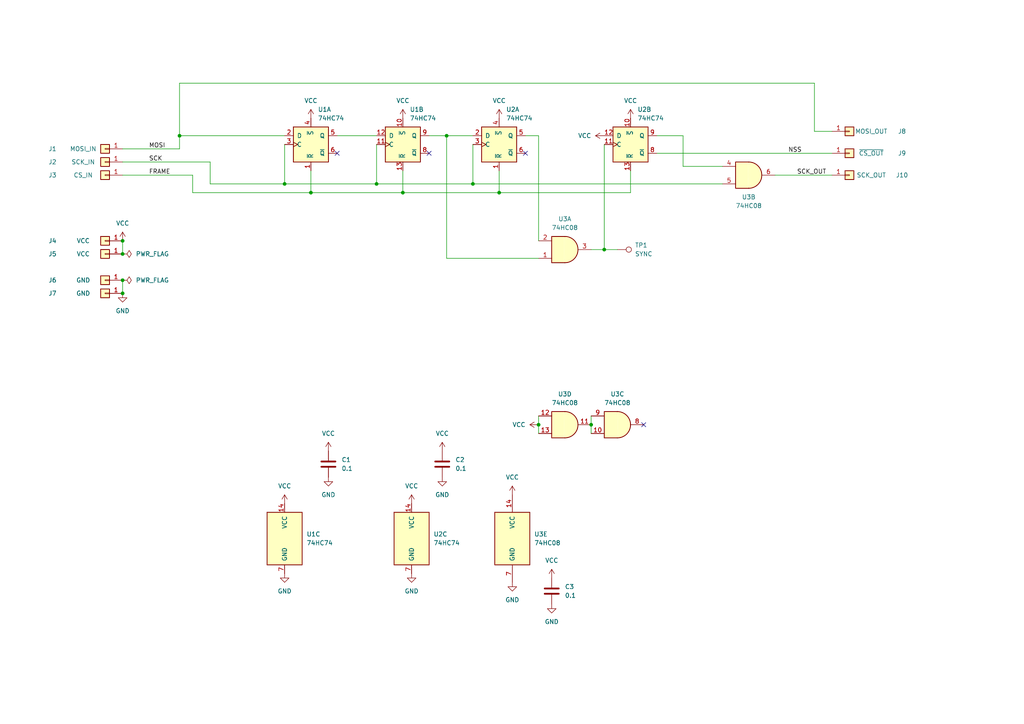
<source format=kicad_sch>
(kicad_sch (version 20211123) (generator eeschema)
  (paper "A4")
  (lib_symbols
    (symbol "74xx:74HC74" (pin_names (offset 1.016))
      (property "Reference" "U" (at -7.62 8.89 0))
      (property "Value" "74HC74" (at -7.62 -8.89 0))
      (symbol "74HC74_1_0"
        (pin input line (at 0 -7.62 90) (length 2.54) (name "~{R}") (number "1"))
        (pin input line (at -7.62 2.54 0) (length 2.54) (name "D") (number "2"))
        (pin input clock (at -7.62 0 0) (length 2.54) (name "C") (number "3"))
        (pin input line (at 0 7.62 270) (length 2.54) (name "~{S}") (number "4"))
        (pin output line (at 7.62 2.54 180) (length 2.54) (name "Q") (number "5"))
        (pin output line (at 7.62 -2.54 180) (length 2.54) (name "~{Q}") (number "6"))
      )
      (symbol "74HC74_1_1"
        (rectangle (start -5.08 5.08) (end 5.08 -5.08) (stroke (width 0.254)) (fill (type background)))
      )
      (symbol "74HC74_2_0"
        (pin input line (at 0 7.62 270) (length 2.54) (name "~{S}") (number "10"))
        (pin input clock (at -7.62 0 0) (length 2.54) (name "C") (number "11"))
        (pin input line (at -7.62 2.54 0) (length 2.54) (name "D") (number "12"))
        (pin input line (at 0 -7.62 90) (length 2.54) (name "~{R}") (number "13"))
        (pin output line (at 7.62 -2.54 180) (length 2.54) (name "~{Q}") (number "8"))
        (pin output line (at 7.62 2.54 180) (length 2.54) (name "Q") (number "9"))
      )
      (symbol "74HC74_2_1"
        (rectangle (start -5.08 5.08) (end 5.08 -5.08) (stroke (width 0.254)) (fill (type background)))
      )
      (symbol "74HC74_3_0"
        (pin power_in line (at 0 10.16 270) (length 2.54) (name "VCC") (number "14"))
        (pin power_in line (at 0 -10.16 90) (length 2.54) (name "GND") (number "7"))
      )
      (symbol "74HC74_3_1"
        (rectangle (start -5.08 7.62) (end 5.08 -7.62) (stroke (width 0.254)) (fill (type background)))
      )
    )
    (symbol "74xx:74LS08" (pin_names (offset 1.016))
      (property "Reference" "U" (at 0 1.27 0))
      (property "Value" "74LS08" (at 0 -1.27 0))
      (symbol "74LS08_1_1"
        (arc (start 0 -3.81) (mid 3.81 0) (end 0 3.81) (stroke (width 0.254)) (fill (type background)))
        (polyline (pts (xy 0 3.81) (xy -3.81 3.81) (xy -3.81 -3.81) (xy 0 -3.81)) (stroke (width 0.254)) (fill (type background)))
        (pin input line (at -7.62 2.54 0) (length 3.81) (name "~") (number "1"))
        (pin input line (at -7.62 -2.54 0) (length 3.81) (name "~") (number "2"))
        (pin output line (at 7.62 0 180) (length 3.81) (name "~") (number "3"))
      )
      (symbol "74LS08_1_2"
        (arc (start -3.81 -3.81) (mid -2.589 0) (end -3.81 3.81) (stroke (width 0.254)))
        (arc (start -0.6096 -3.81) (mid 2.1842 -2.5851) (end 3.81 0) (stroke (width 0.254)) (fill (type background)))
        (polyline (pts (xy -3.81 -3.81) (xy -0.635 -3.81)) (stroke (width 0.254)) (fill (type background)))
        (polyline (pts (xy -3.81 3.81) (xy -0.635 3.81)) (stroke (width 0.254)) (fill (type background)))
        (polyline (pts (xy -0.635 3.81) (xy -3.81 3.81) (xy -3.81 3.81) (xy -3.556 3.4036) (xy -3.0226 2.2606) (xy -2.6924 1.0414) (xy -2.6162 -0.254) (xy -2.7686 -1.4986) (xy -3.175 -2.7178) (xy -3.81 -3.81) (xy -3.81 -3.81) (xy -0.635 -3.81)) (stroke (width -25.4)) (fill (type background)))
        (arc (start 3.81 0) (mid 2.1915 2.5936) (end -0.6096 3.81) (stroke (width 0.254)) (fill (type background)))
        (pin input inverted (at -7.62 2.54 0) (length 4.318) (name "~") (number "1"))
        (pin input inverted (at -7.62 -2.54 0) (length 4.318) (name "~") (number "2"))
        (pin output inverted (at 7.62 0 180) (length 3.81) (name "~") (number "3"))
      )
      (symbol "74LS08_2_1"
        (arc (start 0 -3.81) (mid 3.81 0) (end 0 3.81) (stroke (width 0.254)) (fill (type background)))
        (polyline (pts (xy 0 3.81) (xy -3.81 3.81) (xy -3.81 -3.81) (xy 0 -3.81)) (stroke (width 0.254)) (fill (type background)))
        (pin input line (at -7.62 2.54 0) (length 3.81) (name "~") (number "4"))
        (pin input line (at -7.62 -2.54 0) (length 3.81) (name "~") (number "5"))
        (pin output line (at 7.62 0 180) (length 3.81) (name "~") (number "6"))
      )
      (symbol "74LS08_2_2"
        (arc (start -3.81 -3.81) (mid -2.589 0) (end -3.81 3.81) (stroke (width 0.254)))
        (arc (start -0.6096 -3.81) (mid 2.1842 -2.5851) (end 3.81 0) (stroke (width 0.254)) (fill (type background)))
        (polyline (pts (xy -3.81 -3.81) (xy -0.635 -3.81)) (stroke (width 0.254)) (fill (type background)))
        (polyline (pts (xy -3.81 3.81) (xy -0.635 3.81)) (stroke (width 0.254)) (fill (type background)))
        (polyline (pts (xy -0.635 3.81) (xy -3.81 3.81) (xy -3.81 3.81) (xy -3.556 3.4036) (xy -3.0226 2.2606) (xy -2.6924 1.0414) (xy -2.6162 -0.254) (xy -2.7686 -1.4986) (xy -3.175 -2.7178) (xy -3.81 -3.81) (xy -3.81 -3.81) (xy -0.635 -3.81)) (stroke (width -25.4)) (fill (type background)))
        (arc (start 3.81 0) (mid 2.1915 2.5936) (end -0.6096 3.81) (stroke (width 0.254)) (fill (type background)))
        (pin input inverted (at -7.62 2.54 0) (length 4.318) (name "~") (number "4"))
        (pin input inverted (at -7.62 -2.54 0) (length 4.318) (name "~") (number "5"))
        (pin output inverted (at 7.62 0 180) (length 3.81) (name "~") (number "6"))
      )
      (symbol "74LS08_3_1"
        (arc (start 0 -3.81) (mid 3.81 0) (end 0 3.81) (stroke (width 0.254)) (fill (type background)))
        (polyline (pts (xy 0 3.81) (xy -3.81 3.81) (xy -3.81 -3.81) (xy 0 -3.81)) (stroke (width 0.254)) (fill (type background)))
        (pin input line (at -7.62 -2.54 0) (length 3.81) (name "~") (number "10"))
        (pin output line (at 7.62 0 180) (length 3.81) (name "~") (number "8"))
        (pin input line (at -7.62 2.54 0) (length 3.81) (name "~") (number "9"))
      )
      (symbol "74LS08_3_2"
        (arc (start -3.81 -3.81) (mid -2.589 0) (end -3.81 3.81) (stroke (width 0.254)))
        (arc (start -0.6096 -3.81) (mid 2.1842 -2.5851) (end 3.81 0) (stroke (width 0.254)) (fill (type background)))
        (polyline (pts (xy -3.81 -3.81) (xy -0.635 -3.81)) (stroke (width 0.254)) (fill (type background)))
        (polyline (pts (xy -3.81 3.81) (xy -0.635 3.81)) (stroke (width 0.254)) (fill (type background)))
        (polyline (pts (xy -0.635 3.81) (xy -3.81 3.81) (xy -3.81 3.81) (xy -3.556 3.4036) (xy -3.0226 2.2606) (xy -2.6924 1.0414) (xy -2.6162 -0.254) (xy -2.7686 -1.4986) (xy -3.175 -2.7178) (xy -3.81 -3.81) (xy -3.81 -3.81) (xy -0.635 -3.81)) (stroke (width -25.4)) (fill (type background)))
        (arc (start 3.81 0) (mid 2.1915 2.5936) (end -0.6096 3.81) (stroke (width 0.254)) (fill (type background)))
        (pin input inverted (at -7.62 -2.54 0) (length 4.318) (name "~") (number "10"))
        (pin output inverted (at 7.62 0 180) (length 3.81) (name "~") (number "8"))
        (pin input inverted (at -7.62 2.54 0) (length 4.318) (name "~") (number "9"))
      )
      (symbol "74LS08_4_1"
        (arc (start 0 -3.81) (mid 3.81 0) (end 0 3.81) (stroke (width 0.254)) (fill (type background)))
        (polyline (pts (xy 0 3.81) (xy -3.81 3.81) (xy -3.81 -3.81) (xy 0 -3.81)) (stroke (width 0.254)) (fill (type background)))
        (pin output line (at 7.62 0 180) (length 3.81) (name "~") (number "11"))
        (pin input line (at -7.62 2.54 0) (length 3.81) (name "~") (number "12"))
        (pin input line (at -7.62 -2.54 0) (length 3.81) (name "~") (number "13"))
      )
      (symbol "74LS08_4_2"
        (arc (start -3.81 -3.81) (mid -2.589 0) (end -3.81 3.81) (stroke (width 0.254)))
        (arc (start -0.6096 -3.81) (mid 2.1842 -2.5851) (end 3.81 0) (stroke (width 0.254)) (fill (type background)))
        (polyline (pts (xy -3.81 -3.81) (xy -0.635 -3.81)) (stroke (width 0.254)) (fill (type background)))
        (polyline (pts (xy -3.81 3.81) (xy -0.635 3.81)) (stroke (width 0.254)) (fill (type background)))
        (polyline (pts (xy -0.635 3.81) (xy -3.81 3.81) (xy -3.81 3.81) (xy -3.556 3.4036) (xy -3.0226 2.2606) (xy -2.6924 1.0414) (xy -2.6162 -0.254) (xy -2.7686 -1.4986) (xy -3.175 -2.7178) (xy -3.81 -3.81) (xy -3.81 -3.81) (xy -0.635 -3.81)) (stroke (width -25.4)) (fill (type background)))
        (arc (start 3.81 0) (mid 2.1915 2.5936) (end -0.6096 3.81) (stroke (width 0.254)) (fill (type background)))
        (pin output inverted (at 7.62 0 180) (length 3.81) (name "~") (number "11"))
        (pin input inverted (at -7.62 2.54 0) (length 4.318) (name "~") (number "12"))
        (pin input inverted (at -7.62 -2.54 0) (length 4.318) (name "~") (number "13"))
      )
      (symbol "74LS08_5_0"
        (pin power_in line (at 0 12.7 270) (length 5.08) (name "VCC") (number "14"))
        (pin power_in line (at 0 -12.7 90) (length 5.08) (name "GND") (number "7"))
      )
      (symbol "74LS08_5_1"
        (rectangle (start -5.08 7.62) (end 5.08 -7.62) (stroke (width 0.254)) (fill (type background)))
      )
    )
    (symbol "Connector:TestPoint" (pin_numbers hide) (pin_names (offset 0.762) hide)
      (property "Reference" "TP" (at 0 6.858 0))
      (property "Value" "TestPoint" (at 0 5.08 0))
      (symbol "TestPoint_0_1"
        (circle (center 0 3.302) (radius 0.762))
      )
      (symbol "TestPoint_1_1"
        (pin passive line (at 0 0 90) (length 2.54) (name "1") (number "1"))
      )
    )
    (symbol "Connector_Generic:Conn_01x01" (pin_names (offset 1.016) hide)
      (property "Reference" "J" (at 0 2.54 0))
      (property "Value" "Conn_01x01" (at 0 -2.54 0))
      (symbol "Conn_01x01_1_1"
        (rectangle (start -1.27 0.127) (end 0 -0.127) (stroke (width 0.1524)))
        (rectangle (start -1.27 1.27) (end 1.27 -1.27) (stroke (width 0.254)) (fill (type background)))
        (pin passive line (at -5.08 0 0) (length 3.81) (name "Pin_1") (number "1"))
      )
    )
    (symbol "Device:C" (pin_numbers hide) (pin_names (offset 0.254))
      (property "Reference" "C" (at 0.635 2.54 0))
      (property "Value" "C" (at 0.635 -2.54 0))
      (symbol "C_0_1"
        (polyline (pts (xy -2.032 -0.762) (xy 2.032 -0.762)) (stroke (width 0.508)))
        (polyline (pts (xy -2.032 0.762) (xy 2.032 0.762)) (stroke (width 0.508)))
      )
      (symbol "C_1_1"
        (pin passive line (at 0 3.81 270) (length 2.794) (name "~") (number "1"))
        (pin passive line (at 0 -3.81 90) (length 2.794) (name "~") (number "2"))
      )
    )
    (symbol "power:GND" (power) (pin_names (offset 0))
      (property "Value" "GND" (at 0 -3.81 0))
      (symbol "GND_0_1"
        (polyline (pts (xy 0 0) (xy 0 -1.27) (xy 1.27 -1.27) (xy 0 -2.54) (xy -1.27 -1.27) (xy 0 -1.27)))
      )
      (symbol "GND_1_1"
        (pin power_in line (at 0 0 270) (length 0) hide (name "GND") (number "1"))
      )
    )
    (symbol "power:PWR_FLAG" (power) (pin_numbers hide) (pin_names (offset 0) hide)
      (property "Value" "PWR_FLAG" (at 0 3.81 0))
      (symbol "PWR_FLAG_0_0"
        (pin power_out line (at 0 0 90) (length 0) (name "pwr") (number "1"))
      )
      (symbol "PWR_FLAG_0_1"
        (polyline (pts (xy 0 0) (xy 0 1.27) (xy -1.016 1.905) (xy 0 2.54) (xy 1.016 1.905) (xy 0 1.27)))
      )
    )
    (symbol "power:VCC" (power) (pin_names (offset 0))
      (property "Value" "VCC" (at 0 3.81 0))
      (symbol "VCC_0_1"
        (polyline (pts (xy -0.762 1.27) (xy 0 2.54)))
        (polyline (pts (xy 0 0) (xy 0 2.54)))
        (polyline (pts (xy 0 2.54) (xy 0.762 1.27)))
      )
      (symbol "VCC_1_1"
        (pin power_in line (at 0 0 90) (length 0) hide (name "VCC") (number "1"))
      )
    )
  )
  (junction (at 90.17 55.88))
  (junction (at 82.55 53.34))
  (junction (at 156.21 123.19))
  (junction (at 35.56 81.28))
  (junction (at 116.84 55.88))
  (junction (at 35.56 69.85))
  (junction (at 144.78 55.88))
  (junction (at 35.56 85.09))
  (junction (at 171.45 123.19))
  (junction (at 175.26 72.39))
  (junction (at 129.54 39.37))
  (junction (at 35.56 73.66))
  (junction (at 137.16 53.34))
  (junction (at 109.22 53.34))
  (junction (at 52.07 39.37))
  (no_connect (at 186.69 123.19))
  (no_connect (at 97.79 44.45))
  (no_connect (at 152.4 44.45))
  (no_connect (at 124.46 44.45))
  (wire (pts (xy 35.56 69.85) (xy 35.56 73.66)))
  (wire (pts (xy 190.5 44.45) (xy 241.3 44.45)))
  (wire (pts (xy 156.21 123.19) (xy 156.21 125.73)))
  (wire (pts (xy 236.22 24.13) (xy 236.22 38.1)))
  (wire (pts (xy 198.12 39.37) (xy 198.12 48.26)))
  (wire (pts (xy 137.16 53.34) (xy 209.55 53.34)))
  (wire (pts (xy 182.88 55.88) (xy 182.88 49.53)))
  (wire (pts (xy 156.21 74.93) (xy 129.54 74.93)))
  (wire (pts (xy 152.4 39.37) (xy 156.21 39.37)))
  (wire (pts (xy 144.78 49.53) (xy 144.78 55.88)))
  (wire (pts (xy 97.79 39.37) (xy 109.22 39.37)))
  (wire (pts (xy 35.56 81.28) (xy 35.56 85.09)))
  (wire (pts (xy 52.07 39.37) (xy 82.55 39.37)))
  (wire (pts (xy 109.22 53.34) (xy 137.16 53.34)))
  (wire (pts (xy 35.56 50.8) (xy 55.88 50.8)))
  (wire (pts (xy 129.54 39.37) (xy 137.16 39.37)))
  (wire (pts (xy 35.56 43.18) (xy 52.07 43.18)))
  (wire (pts (xy 224.79 50.8) (xy 241.3 50.8)))
  (wire (pts (xy 190.5 39.37) (xy 198.12 39.37)))
  (wire (pts (xy 175.26 72.39) (xy 175.26 41.91)))
  (wire (pts (xy 124.46 39.37) (xy 129.54 39.37)))
  (wire (pts (xy 156.21 39.37) (xy 156.21 69.85)))
  (wire (pts (xy 55.88 50.8) (xy 55.88 55.88)))
  (wire (pts (xy 52.07 39.37) (xy 52.07 24.13)))
  (wire (pts (xy 35.56 46.99) (xy 60.96 46.99)))
  (wire (pts (xy 236.22 38.1) (xy 241.3 38.1)))
  (wire (pts (xy 60.96 46.99) (xy 60.96 53.34)))
  (wire (pts (xy 55.88 55.88) (xy 90.17 55.88)))
  (wire (pts (xy 137.16 53.34) (xy 137.16 41.91)))
  (wire (pts (xy 60.96 53.34) (xy 82.55 53.34)))
  (wire (pts (xy 52.07 43.18) (xy 52.07 39.37)))
  (wire (pts (xy 144.78 55.88) (xy 182.88 55.88)))
  (wire (pts (xy 90.17 49.53) (xy 90.17 55.88)))
  (wire (pts (xy 175.26 72.39) (xy 179.07 72.39)))
  (wire (pts (xy 171.45 123.19) (xy 171.45 125.73)))
  (wire (pts (xy 109.22 41.91) (xy 109.22 53.34)))
  (wire (pts (xy 52.07 24.13) (xy 236.22 24.13)))
  (wire (pts (xy 116.84 49.53) (xy 116.84 55.88)))
  (wire (pts (xy 129.54 74.93) (xy 129.54 39.37)))
  (wire (pts (xy 82.55 53.34) (xy 109.22 53.34)))
  (wire (pts (xy 171.45 120.65) (xy 171.45 123.19)))
  (wire (pts (xy 90.17 55.88) (xy 116.84 55.88)))
  (wire (pts (xy 198.12 48.26) (xy 209.55 48.26)))
  (wire (pts (xy 82.55 41.91) (xy 82.55 53.34)))
  (wire (pts (xy 156.21 120.65) (xy 156.21 123.19)))
  (wire (pts (xy 116.84 55.88) (xy 144.78 55.88)))
  (wire (pts (xy 171.45 72.39) (xy 175.26 72.39)))
  (label "NSS" (at 228.6 44.45 0))
  (label "FRAME" (at 43.18 50.8 0))
  (label "MOSI" (at 43.18 43.18 0))
  (label "SCK" (at 43.18 46.99 0))
  (label "SCK_OUT" (at 231.14 50.8 0))
  (symbol (lib_id "power:PWR_FLAG") (at 35.56 81.28 270) (unit 1)
    (property "Reference" "#FLG0102" (effects hide))
    (property "Value" "PWR_FLAG" (at 39.37 81.2799 90) (effects (justify left)))
  )
  (symbol (lib_id "power:VCC") (at 175.26 39.37 90) (unit 1)
    (property "Reference" "#PWR0106" (effects hide))
    (property "Value" "VCC" (at 167.64 39.37 90) (effects (justify right)))
  )
  (symbol (lib_id "power:PWR_FLAG") (at 35.56 73.66 270) (unit 1)
    (property "Reference" "#FLG0101" (effects hide))
    (property "Value" "PWR_FLAG" (at 39.37 73.6599 90) (effects (justify left)))
  )
  (symbol (lib_id "power:VCC") (at 182.88 34.29 0) (unit 1)
    (property "Reference" "#PWR0120" (effects hide))
    (property "Value" "VCC" (at 182.88 29.21 0))
  )
  (symbol (lib_id "Connector_Generic:Conn_01x01") (at 30.48 46.99 180) (unit 1)
    (property "Reference" "J2" (at 15.24 46.99 0))
    (property "Value" "SCK_IN" (at 24.13 46.99 0))
    (property "Footprint" "Connector_Wire:SolderWire-0.75sqmm_1x01_D1.25mm_OD2.3mm_Relief" (effects hide))
  )
  (symbol (lib_id "74xx:74HC74") (at 119.38 156.21 0) (unit 3)
    (property "Reference" "U2" (at 125.73 154.9399 0) (effects (justify left)))
    (property "Value" "74HC74" (at 125.73 157.4799 0) (effects (justify left)))
    (property "Footprint" "Package_SO:SOIC-14_3.9x8.7mm_P1.27mm" (effects hide))
    (property "Datasheet" "74xx/74hc_hct74.pdf" (effects hide))
  )
  (symbol (lib_id "74xx:74LS08") (at 217.17 50.8 0) (unit 2)
    (property "Reference" "U3" (at 217.17 57.15 0))
    (property "Value" "74HC08" (at 217.17 59.69 0))
    (property "Footprint" "Package_SO:SOIC-14_3.9x8.7mm_P1.27mm" (effects hide))
    (property "Datasheet" "http://www.ti.com/lit/gpn/sn74LS08" (effects hide))
  )
  (symbol (lib_id "power:VCC") (at 156.21 123.19 90) (unit 1)
    (property "Reference" "#PWR0116" (effects hide))
    (property "Value" "VCC" (at 148.59 123.19 90) (effects (justify right)))
  )
  (symbol (lib_id "power:VCC") (at 148.59 143.51 0) (unit 1)
    (property "Reference" "#PWR0113" (effects hide))
    (property "Value" "VCC" (at 148.59 138.43 0))
  )
  (symbol (lib_id "Connector_Generic:Conn_01x01") (at 30.48 43.18 180) (unit 1)
    (property "Reference" "J1" (at 15.24 43.18 0))
    (property "Value" "MOSI_IN" (at 24.13 43.18 0))
    (property "Footprint" "Connector_Wire:SolderWire-0.75sqmm_1x01_D1.25mm_OD2.3mm_Relief" (effects hide))
  )
  (symbol (lib_id "power:VCC") (at 116.84 34.29 0) (unit 1)
    (property "Reference" "#PWR0104" (effects hide))
    (property "Value" "VCC" (at 116.84 29.21 0))
  )
  (symbol (lib_id "power:GND") (at 82.55 166.37 0) (unit 1)
    (property "Reference" "#PWR0109" (effects hide))
    (property "Value" "GND" (at 82.55 171.45 0))
  )
  (symbol (lib_id "Connector_Generic:Conn_01x01") (at 30.48 73.66 180) (unit 1)
    (property "Reference" "J5" (at 15.24 73.66 0))
    (property "Value" "VCC" (at 24.13 73.66 0))
    (property "Footprint" "Connector_Wire:SolderWire-0.75sqmm_1x01_D1.25mm_OD2.3mm_Relief" (effects hide))
  )
  (symbol (lib_id "74xx:74HC74") (at 144.78 41.91 0) (unit 1)
    (property "Reference" "U2" (at 146.7994 31.75 0) (effects (justify left)))
    (property "Value" "74HC74" (at 146.7994 34.29 0) (effects (justify left)))
    (property "Footprint" "Package_SO:SOIC-14_3.9x8.7mm_P1.27mm" (effects hide))
    (property "Datasheet" "74xx/74hc_hct74.pdf" (effects hide))
  )
  (symbol (lib_id "74xx:74HC74") (at 90.17 41.91 0) (unit 1)
    (property "Reference" "U1" (at 92.1894 31.75 0) (effects (justify left)))
    (property "Value" "74HC74" (at 92.1894 34.29 0) (effects (justify left)))
    (property "Footprint" "Package_SO:SOIC-14_3.9x8.7mm_P1.27mm" (effects hide))
    (property "Datasheet" "74xx/74hc_hct74.pdf" (effects hide))
  )
  (symbol (lib_id "Connector_Generic:Conn_01x01") (at 30.48 50.8 180) (unit 1)
    (property "Reference" "J3" (at 15.24 50.8 0))
    (property "Value" "CS_IN" (at 24.13 50.8 0))
    (property "Footprint" "Connector_Wire:SolderWire-0.75sqmm_1x01_D1.25mm_OD2.3mm_Relief" (effects hide))
  )
  (symbol (lib_id "power:GND") (at 35.56 85.09 0) (unit 1)
    (property "Reference" "#PWR0101" (effects hide))
    (property "Value" "GND" (at 35.56 90.17 0))
  )
  (symbol (lib_id "power:GND") (at 128.27 138.43 0) (unit 1)
    (property "Reference" "#PWR0118" (effects hide))
    (property "Value" "GND" (at 128.27 143.51 0))
  )
  (symbol (lib_id "Connector:TestPoint") (at 179.07 72.39 270) (unit 1)
    (property "Reference" "TP1" (at 184.15 71.1199 90) (effects (justify left)))
    (property "Value" "SYNC" (at 184.15 73.6599 90) (effects (justify left)))
    (property "Footprint" "TestPoint:TestPoint_Pad_D2.0mm" (effects hide))
  )
  (symbol (lib_id "74xx:74LS08") (at 148.59 156.21 0) (unit 5)
    (property "Reference" "U3" (at 154.94 154.9399 0) (effects (justify left)))
    (property "Value" "74HC08" (at 154.94 157.4799 0) (effects (justify left)))
    (property "Footprint" "Package_SO:SOIC-14_3.9x8.7mm_P1.27mm" (effects hide))
    (property "Datasheet" "http://www.ti.com/lit/gpn/sn74LS08" (effects hide))
  )
  (symbol (lib_id "power:VCC") (at 144.78 34.29 0) (unit 1)
    (property "Reference" "#PWR0105" (effects hide))
    (property "Value" "VCC" (at 144.78 29.21 0))
  )
  (symbol (lib_id "power:VCC") (at 128.27 130.81 0) (unit 1)
    (property "Reference" "#PWR0119" (effects hide))
    (property "Value" "VCC" (at 128.27 125.73 0))
  )
  (symbol (lib_id "power:VCC") (at 90.17 34.29 0) (unit 1)
    (property "Reference" "#PWR0102" (effects hide))
    (property "Value" "VCC" (at 90.17 29.21 0))
  )
  (symbol (lib_id "Device:C") (at 128.27 134.62 0) (unit 1)
    (property "Reference" "C2" (at 132.08 133.3499 0) (effects (justify left)))
    (property "Value" "0.1" (at 132.08 135.8899 0) (effects (justify left)))
    (property "Footprint" "Capacitor_SMD:C_0805_2012Metric" (effects hide))
  )
  (symbol (lib_id "74xx:74HC74") (at 82.55 156.21 0) (unit 3)
    (property "Reference" "U1" (at 88.9 154.9399 0) (effects (justify left)))
    (property "Value" "74HC74" (at 88.9 157.4799 0) (effects (justify left)))
    (property "Footprint" "Package_SO:SOIC-14_3.9x8.7mm_P1.27mm" (effects hide))
    (property "Datasheet" "74xx/74hc_hct74.pdf" (effects hide))
  )
  (symbol (lib_id "74xx:74HC74") (at 182.88 41.91 0) (unit 2)
    (property "Reference" "U2" (at 184.8994 31.75 0) (effects (justify left)))
    (property "Value" "74HC74" (at 184.8994 34.29 0) (effects (justify left)))
    (property "Footprint" "Package_SO:SOIC-14_3.9x8.7mm_P1.27mm" (effects hide))
    (property "Datasheet" "74xx/74hc_hct74.pdf" (effects hide))
  )
  (symbol (lib_id "Connector_Generic:Conn_01x01") (at 30.48 69.85 180) (unit 1)
    (property "Reference" "J4" (at 15.24 69.85 0))
    (property "Value" "VCC" (at 24.13 69.85 0))
    (property "Footprint" "Connector_Wire:SolderWire-0.75sqmm_1x01_D1.25mm_OD2.3mm_Relief" (effects hide))
  )
  (symbol (lib_id "power:VCC") (at 35.56 69.85 0) (unit 1)
    (property "Reference" "#PWR0103" (effects hide))
    (property "Value" "VCC" (at 35.56 64.77 0))
  )
  (symbol (lib_id "Device:C") (at 95.25 134.62 0) (unit 1)
    (property "Reference" "C1" (at 99.06 133.3499 0) (effects (justify left)))
    (property "Value" "0.1" (at 99.06 135.8899 0) (effects (justify left)))
    (property "Footprint" "Capacitor_SMD:C_0805_2012Metric" (effects hide))
  )
  (symbol (lib_id "74xx:74LS08") (at 163.83 123.19 0) (unit 4)
    (property "Reference" "U3" (at 163.83 114.3 0))
    (property "Value" "74HC08" (at 163.83 116.84 0))
    (property "Footprint" "Package_SO:SOIC-14_3.9x8.7mm_P1.27mm" (effects hide))
    (property "Datasheet" "http://www.ti.com/lit/gpn/sn74LS08" (effects hide))
  )
  (symbol (lib_id "power:VCC") (at 160.02 167.64 0) (unit 1)
    (property "Reference" "#PWR0115" (effects hide))
    (property "Value" "VCC" (at 160.02 162.56 0))
  )
  (symbol (lib_id "Connector_Generic:Conn_01x01") (at 246.38 50.8 0) (unit 1)
    (property "Reference" "J10" (at 261.62 50.8 0))
    (property "Value" "SCK_OUT" (at 252.73 50.8 0))
    (property "Footprint" "Connector_Wire:SolderWire-0.75sqmm_1x01_D1.25mm_OD2.3mm_Relief" (effects hide))
  )
  (symbol (lib_id "power:VCC") (at 95.25 130.81 0) (unit 1)
    (property "Reference" "#PWR0108" (effects hide))
    (property "Value" "VCC" (at 95.25 125.73 0))
  )
  (symbol (lib_id "power:GND") (at 95.25 138.43 0) (unit 1)
    (property "Reference" "#PWR0107" (effects hide))
    (property "Value" "GND" (at 95.25 143.51 0))
  )
  (symbol (lib_id "74xx:74LS08") (at 163.83 72.39 0) (mirror x) (unit 1)
    (property "Reference" "U3" (at 163.83 63.5 0))
    (property "Value" "74HC08" (at 163.83 66.04 0))
    (property "Footprint" "Package_SO:SOIC-14_3.9x8.7mm_P1.27mm" (effects hide))
    (property "Datasheet" "http://www.ti.com/lit/gpn/sn74LS08" (effects hide))
  )
  (symbol (lib_id "Connector_Generic:Conn_01x01") (at 246.38 44.45 0) (unit 1)
    (property "Reference" "J9" (at 261.62 44.45 0))
    (property "Value" "~{CS_OUT}" (at 252.73 44.45 0))
    (property "Footprint" "Connector_Wire:SolderWire-0.75sqmm_1x01_D1.25mm_OD2.3mm_Relief" (effects hide))
  )
  (symbol (lib_id "power:GND") (at 119.38 166.37 0) (unit 1)
    (property "Reference" "#PWR0111" (effects hide))
    (property "Value" "GND" (at 119.38 171.45 0))
  )
  (symbol (lib_id "power:GND") (at 148.59 168.91 0) (unit 1)
    (property "Reference" "#PWR0112" (effects hide))
    (property "Value" "GND" (at 148.59 173.99 0))
  )
  (symbol (lib_id "74xx:74HC74") (at 116.84 41.91 0) (unit 2)
    (property "Reference" "U1" (at 118.8594 31.75 0) (effects (justify left)))
    (property "Value" "74HC74" (at 118.8594 34.29 0) (effects (justify left)))
    (property "Footprint" "Package_SO:SOIC-14_3.9x8.7mm_P1.27mm" (effects hide))
    (property "Datasheet" "74xx/74hc_hct74.pdf" (effects hide))
  )
  (symbol (lib_id "power:VCC") (at 82.55 146.05 0) (unit 1)
    (property "Reference" "#PWR0110" (effects hide))
    (property "Value" "VCC" (at 82.55 140.97 0))
  )
  (symbol (lib_id "power:GND") (at 160.02 175.26 0) (unit 1)
    (property "Reference" "#PWR0114" (effects hide))
    (property "Value" "GND" (at 160.02 180.34 0))
  )
  (symbol (lib_id "Connector_Generic:Conn_01x01") (at 246.38 38.1 0) (unit 1)
    (property "Reference" "J8" (at 261.62 38.1 0))
    (property "Value" "MOSI_OUT" (at 252.73 38.1 0))
    (property "Footprint" "Connector_Wire:SolderWire-0.75sqmm_1x01_D1.25mm_OD2.3mm_Relief" (effects hide))
  )
  (symbol (lib_id "Connector_Generic:Conn_01x01") (at 30.48 81.28 180) (unit 1)
    (property "Reference" "J6" (at 15.24 81.28 0))
    (property "Value" "GND" (at 24.13 81.28 0))
    (property "Footprint" "Connector_Wire:SolderWire-0.75sqmm_1x01_D1.25mm_OD2.3mm_Relief" (effects hide))
  )
  (symbol (lib_id "Device:C") (at 160.02 171.45 0) (unit 1)
    (property "Reference" "C3" (at 163.83 170.1799 0) (effects (justify left)))
    (property "Value" "0.1" (at 163.83 172.7199 0) (effects (justify left)))
    (property "Footprint" "Capacitor_SMD:C_0805_2012Metric" (effects hide))
  )
  (symbol (lib_id "Connector_Generic:Conn_01x01") (at 30.48 85.09 180) (unit 1)
    (property "Reference" "J7" (at 15.24 85.09 0))
    (property "Value" "GND" (at 24.13 85.09 0))
    (property "Footprint" "Connector_Wire:SolderWire-0.75sqmm_1x01_D1.25mm_OD2.3mm_Relief" (effects hide))
  )
  (symbol (lib_id "power:VCC") (at 119.38 146.05 0) (unit 1)
    (property "Reference" "#PWR0117" (effects hide))
    (property "Value" "VCC" (at 119.38 140.97 0))
  )
  (symbol (lib_id "74xx:74LS08") (at 179.07 123.19 0) (unit 3)
    (property "Reference" "U3" (at 179.07 114.3 0))
    (property "Value" "74HC08" (at 179.07 116.84 0))
    (property "Footprint" "Package_SO:SOIC-14_3.9x8.7mm_P1.27mm" (effects hide))
    (property "Datasheet" "http://www.ti.com/lit/gpn/sn74LS08" (effects hide))
  )
)
</source>
